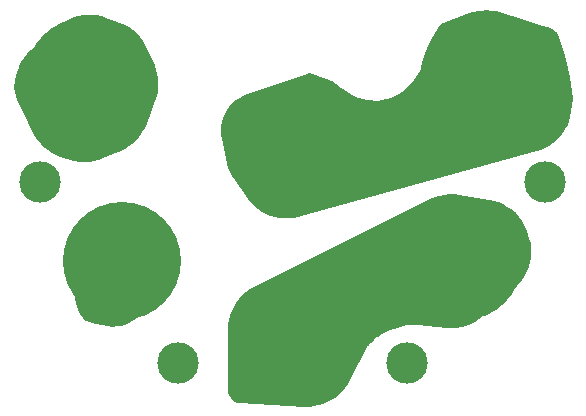
<source format=gtl>
G04 #@! TF.GenerationSoftware,KiCad,Pcbnew,(5.0.1)-3*
G04 #@! TF.CreationDate,2019-01-26T22:39:22-03:30*
G04 #@! TF.ProjectId,Battery Pack,42617474657279205061636B2E6B6963,rev?*
G04 #@! TF.SameCoordinates,Original*
G04 #@! TF.FileFunction,Copper,L1,Top,Signal*
G04 #@! TF.FilePolarity,Positive*
%FSLAX46Y46*%
G04 Gerber Fmt 4.6, Leading zero omitted, Abs format (unit mm)*
G04 Created by KiCad (PCBNEW (5.0.1)-3) date 2019-01-26 10:39:22 PM*
%MOMM*%
%LPD*%
G01*
G04 APERTURE LIST*
G04 #@! TA.AperFunction,BGAPad,CuDef*
%ADD10C,10.000000*%
G04 #@! TD*
G04 #@! TA.AperFunction,ComponentPad*
%ADD11C,10.000000*%
G04 #@! TD*
G04 #@! TA.AperFunction,ComponentPad*
%ADD12C,3.500000*%
G04 #@! TD*
G04 #@! TA.AperFunction,ViaPad*
%ADD13C,0.800000*%
G04 #@! TD*
G04 #@! TA.AperFunction,Conductor*
%ADD14C,0.250000*%
G04 #@! TD*
G04 #@! TA.AperFunction,Conductor*
%ADD15C,0.254000*%
G04 #@! TD*
G04 APERTURE END LIST*
D10*
G04 #@! TO.P,BT1,1*
G04 #@! TO.N,Net-(BT1-Pad1)*
X82430000Y-95460000D03*
G04 #@! TD*
D11*
G04 #@! TO.P,BT4,1*
G04 #@! TO.N,Net-(BT4-Pad1)*
X100000000Y-101670000D03*
G04 #@! TD*
G04 #@! TO.P,BT2,1*
G04 #@! TO.N,Net-(BT2-Pad1)*
X114450000Y-110980000D03*
G04 #@! TD*
G04 #@! TO.P,BT6,1*
G04 #@! TO.N,Net-(BT6-Pad1)*
X85550000Y-110980000D03*
G04 #@! TD*
D12*
G04 #@! TO.P,REF\002A\002A,1*
G04 #@! TO.N,N/C*
X78620000Y-104310000D03*
G04 #@! TD*
G04 #@! TO.P,REF\002A\002A,1*
G04 #@! TO.N,N/C*
X90300000Y-119650000D03*
G04 #@! TD*
G04 #@! TO.P,REF\002A\002A,1*
G04 #@! TO.N,N/C*
X109700000Y-119650000D03*
G04 #@! TD*
G04 #@! TO.P,REF\002A\002A,1*
G04 #@! TO.N,N/C*
X121380000Y-104310000D03*
G04 #@! TD*
D10*
G04 #@! TO.P,BT3,1*
G04 #@! TO.N,Net-(BT2-Pad1)*
X100000000Y-118150000D03*
G04 #@! TD*
G04 #@! TO.P,BT5,1*
G04 #@! TO.N,Net-(BT4-Pad1)*
X117570000Y-95460000D03*
G04 #@! TD*
D13*
G04 #@! TO.N,Net-(BT1-Pad1)*
X87630000Y-98425000D03*
X86995000Y-99695000D03*
X85725000Y-100965000D03*
X84455000Y-101600000D03*
X87630000Y-97155000D03*
G04 #@! TO.N,Net-(BT6-Pad1)*
X82910000Y-115050000D03*
X85220000Y-115830000D03*
X84130000Y-115380000D03*
G04 #@! TD*
D14*
G04 #@! TO.N,Net-(BT4-Pad1)*
X100000000Y-101670000D02*
X100330000Y-101670000D01*
G04 #@! TO.N,Net-(BT6-Pad1)*
X85550000Y-113586000D02*
X85550000Y-113586000D01*
G04 #@! TD*
D15*
G04 #@! TO.N,Net-(BT4-Pad1)*
G36*
X116760220Y-89910099D02*
X117119223Y-89967171D01*
X117474182Y-90058393D01*
X121152753Y-91190262D01*
X121523243Y-91325083D01*
X121875357Y-91495183D01*
X122208516Y-91699918D01*
X122283395Y-91757084D01*
X122294427Y-91785186D01*
X122882828Y-93605527D01*
X123321948Y-95461298D01*
X123594180Y-97237708D01*
X123435543Y-98348171D01*
X123364163Y-98718815D01*
X123258191Y-99077911D01*
X123118041Y-99425093D01*
X122945016Y-99757128D01*
X122740754Y-100070884D01*
X122507136Y-100363464D01*
X122246369Y-100632110D01*
X121960862Y-100874334D01*
X121653320Y-101087844D01*
X121326581Y-101270671D01*
X120983726Y-101421088D01*
X120625027Y-101538653D01*
X100392917Y-107102483D01*
X100014493Y-107186144D01*
X99632773Y-107230624D01*
X99248487Y-107236169D01*
X98865630Y-107202718D01*
X98488138Y-107130617D01*
X98119902Y-107020609D01*
X97764713Y-106873827D01*
X97426253Y-106691792D01*
X97107977Y-106476362D01*
X96813202Y-106229782D01*
X96544943Y-105954573D01*
X96303973Y-105651064D01*
X95193407Y-104096271D01*
X94981934Y-103766381D01*
X94806040Y-103419815D01*
X94665761Y-103057349D01*
X94561676Y-102679601D01*
X94104754Y-100623451D01*
X94047341Y-100272639D01*
X94029993Y-99921171D01*
X94052353Y-99570000D01*
X94114134Y-99223578D01*
X94214550Y-98886322D01*
X94352324Y-98562524D01*
X94525699Y-98256311D01*
X94732466Y-97971582D01*
X94969999Y-97711958D01*
X95235265Y-97480750D01*
X95524901Y-97280893D01*
X95835192Y-97114947D01*
X96165552Y-96983686D01*
X100934912Y-95393899D01*
X100937135Y-95393135D01*
X101076718Y-95343719D01*
X101078927Y-95342914D01*
X101415412Y-95216732D01*
X102339018Y-95489956D01*
X103226848Y-95903569D01*
X104061236Y-96455407D01*
X104143758Y-96520463D01*
X104155404Y-96528318D01*
X104162773Y-96534887D01*
X104170029Y-96540103D01*
X104695600Y-96912409D01*
X104743355Y-96939663D01*
X104790449Y-96968024D01*
X104798544Y-96971809D01*
X105446746Y-97269368D01*
X105501573Y-97288308D01*
X105556130Y-97308012D01*
X105564806Y-97310152D01*
X106258458Y-97476141D01*
X106315927Y-97484072D01*
X106373264Y-97492803D01*
X106382191Y-97493217D01*
X107094874Y-97521314D01*
X107152777Y-97517933D01*
X107210731Y-97515360D01*
X107219568Y-97514032D01*
X107924136Y-97403166D01*
X107980267Y-97388605D01*
X108036630Y-97374821D01*
X108045041Y-97371802D01*
X108714656Y-97126196D01*
X108766865Y-97101022D01*
X108819501Y-97076542D01*
X108827165Y-97071947D01*
X109436322Y-96700957D01*
X109482692Y-96666088D01*
X109529526Y-96631883D01*
X109536152Y-96625887D01*
X110061650Y-96143643D01*
X110100365Y-96100430D01*
X110139662Y-96057781D01*
X110144997Y-96050612D01*
X110566818Y-95475481D01*
X110596388Y-95425594D01*
X110626667Y-95376103D01*
X110630508Y-95368034D01*
X110932584Y-94721927D01*
X110951912Y-94667218D01*
X110971991Y-94612815D01*
X110974192Y-94604154D01*
X111139753Y-93933027D01*
X111446876Y-92976080D01*
X111880745Y-92097967D01*
X112439644Y-91293624D01*
X112747008Y-90967383D01*
X114969662Y-90133888D01*
X115318466Y-90021455D01*
X115673384Y-89942861D01*
X116034101Y-89897889D01*
X116397443Y-89886937D01*
X116760220Y-89910099D01*
X116760220Y-89910099D01*
G37*
X116760220Y-89910099D02*
X117119223Y-89967171D01*
X117474182Y-90058393D01*
X121152753Y-91190262D01*
X121523243Y-91325083D01*
X121875357Y-91495183D01*
X122208516Y-91699918D01*
X122283395Y-91757084D01*
X122294427Y-91785186D01*
X122882828Y-93605527D01*
X123321948Y-95461298D01*
X123594180Y-97237708D01*
X123435543Y-98348171D01*
X123364163Y-98718815D01*
X123258191Y-99077911D01*
X123118041Y-99425093D01*
X122945016Y-99757128D01*
X122740754Y-100070884D01*
X122507136Y-100363464D01*
X122246369Y-100632110D01*
X121960862Y-100874334D01*
X121653320Y-101087844D01*
X121326581Y-101270671D01*
X120983726Y-101421088D01*
X120625027Y-101538653D01*
X100392917Y-107102483D01*
X100014493Y-107186144D01*
X99632773Y-107230624D01*
X99248487Y-107236169D01*
X98865630Y-107202718D01*
X98488138Y-107130617D01*
X98119902Y-107020609D01*
X97764713Y-106873827D01*
X97426253Y-106691792D01*
X97107977Y-106476362D01*
X96813202Y-106229782D01*
X96544943Y-105954573D01*
X96303973Y-105651064D01*
X95193407Y-104096271D01*
X94981934Y-103766381D01*
X94806040Y-103419815D01*
X94665761Y-103057349D01*
X94561676Y-102679601D01*
X94104754Y-100623451D01*
X94047341Y-100272639D01*
X94029993Y-99921171D01*
X94052353Y-99570000D01*
X94114134Y-99223578D01*
X94214550Y-98886322D01*
X94352324Y-98562524D01*
X94525699Y-98256311D01*
X94732466Y-97971582D01*
X94969999Y-97711958D01*
X95235265Y-97480750D01*
X95524901Y-97280893D01*
X95835192Y-97114947D01*
X96165552Y-96983686D01*
X100934912Y-95393899D01*
X100937135Y-95393135D01*
X101076718Y-95343719D01*
X101078927Y-95342914D01*
X101415412Y-95216732D01*
X102339018Y-95489956D01*
X103226848Y-95903569D01*
X104061236Y-96455407D01*
X104143758Y-96520463D01*
X104155404Y-96528318D01*
X104162773Y-96534887D01*
X104170029Y-96540103D01*
X104695600Y-96912409D01*
X104743355Y-96939663D01*
X104790449Y-96968024D01*
X104798544Y-96971809D01*
X105446746Y-97269368D01*
X105501573Y-97288308D01*
X105556130Y-97308012D01*
X105564806Y-97310152D01*
X106258458Y-97476141D01*
X106315927Y-97484072D01*
X106373264Y-97492803D01*
X106382191Y-97493217D01*
X107094874Y-97521314D01*
X107152777Y-97517933D01*
X107210731Y-97515360D01*
X107219568Y-97514032D01*
X107924136Y-97403166D01*
X107980267Y-97388605D01*
X108036630Y-97374821D01*
X108045041Y-97371802D01*
X108714656Y-97126196D01*
X108766865Y-97101022D01*
X108819501Y-97076542D01*
X108827165Y-97071947D01*
X109436322Y-96700957D01*
X109482692Y-96666088D01*
X109529526Y-96631883D01*
X109536152Y-96625887D01*
X110061650Y-96143643D01*
X110100365Y-96100430D01*
X110139662Y-96057781D01*
X110144997Y-96050612D01*
X110566818Y-95475481D01*
X110596388Y-95425594D01*
X110626667Y-95376103D01*
X110630508Y-95368034D01*
X110932584Y-94721927D01*
X110951912Y-94667218D01*
X110971991Y-94612815D01*
X110974192Y-94604154D01*
X111139753Y-93933027D01*
X111446876Y-92976080D01*
X111880745Y-92097967D01*
X112439644Y-91293624D01*
X112747008Y-90967383D01*
X114969662Y-90133888D01*
X115318466Y-90021455D01*
X115673384Y-89942861D01*
X116034101Y-89897889D01*
X116397443Y-89886937D01*
X116760220Y-89910099D01*
G04 #@! TO.N,Net-(BT1-Pad1)*
G36*
X83000546Y-90255224D02*
X83377348Y-90298314D01*
X83748102Y-90378044D01*
X84112274Y-90494614D01*
X85348147Y-90958066D01*
X85709405Y-91114744D01*
X86050257Y-91305452D01*
X86370167Y-91529518D01*
X86665874Y-91784663D01*
X86934385Y-92068297D01*
X87172967Y-92377540D01*
X87379181Y-92709230D01*
X87552351Y-93062886D01*
X88149379Y-94455953D01*
X88279644Y-94805029D01*
X88375258Y-95162004D01*
X88436413Y-95526461D01*
X88462552Y-95895094D01*
X88453437Y-96264526D01*
X88409150Y-96631425D01*
X88330096Y-96992421D01*
X88216067Y-97347124D01*
X87476934Y-99318147D01*
X87320256Y-99679405D01*
X87129548Y-100020257D01*
X86905482Y-100340167D01*
X86650337Y-100635874D01*
X86366703Y-100904385D01*
X86057460Y-101142967D01*
X85725770Y-101349181D01*
X85372114Y-101522351D01*
X83900844Y-102152896D01*
X83520675Y-102292957D01*
X83131232Y-102392059D01*
X82733636Y-102450271D01*
X82332143Y-102466971D01*
X81931075Y-102441978D01*
X81534762Y-102375562D01*
X81144285Y-102267559D01*
X80354941Y-102004443D01*
X79997815Y-101865584D01*
X79658788Y-101693790D01*
X79338239Y-101489598D01*
X79039243Y-101254966D01*
X78764693Y-100992165D01*
X78517213Y-100703706D01*
X78299210Y-100392394D01*
X78111221Y-100058463D01*
X76900470Y-97636959D01*
X76760611Y-97317823D01*
X76654710Y-96989254D01*
X76582553Y-96651655D01*
X76546292Y-96321327D01*
X76708220Y-95308935D01*
X76890458Y-94560642D01*
X76919945Y-94490258D01*
X77106977Y-94146173D01*
X77327794Y-93822750D01*
X77580153Y-93523272D01*
X77863793Y-93248559D01*
X80196728Y-91207241D01*
X80496463Y-90969849D01*
X80815368Y-90764592D01*
X81152816Y-90591511D01*
X81505580Y-90452264D01*
X81870265Y-90348190D01*
X82243370Y-90280285D01*
X82621354Y-90249195D01*
X83000546Y-90255224D01*
X83000546Y-90255224D01*
G37*
X83000546Y-90255224D02*
X83377348Y-90298314D01*
X83748102Y-90378044D01*
X84112274Y-90494614D01*
X85348147Y-90958066D01*
X85709405Y-91114744D01*
X86050257Y-91305452D01*
X86370167Y-91529518D01*
X86665874Y-91784663D01*
X86934385Y-92068297D01*
X87172967Y-92377540D01*
X87379181Y-92709230D01*
X87552351Y-93062886D01*
X88149379Y-94455953D01*
X88279644Y-94805029D01*
X88375258Y-95162004D01*
X88436413Y-95526461D01*
X88462552Y-95895094D01*
X88453437Y-96264526D01*
X88409150Y-96631425D01*
X88330096Y-96992421D01*
X88216067Y-97347124D01*
X87476934Y-99318147D01*
X87320256Y-99679405D01*
X87129548Y-100020257D01*
X86905482Y-100340167D01*
X86650337Y-100635874D01*
X86366703Y-100904385D01*
X86057460Y-101142967D01*
X85725770Y-101349181D01*
X85372114Y-101522351D01*
X83900844Y-102152896D01*
X83520675Y-102292957D01*
X83131232Y-102392059D01*
X82733636Y-102450271D01*
X82332143Y-102466971D01*
X81931075Y-102441978D01*
X81534762Y-102375562D01*
X81144285Y-102267559D01*
X80354941Y-102004443D01*
X79997815Y-101865584D01*
X79658788Y-101693790D01*
X79338239Y-101489598D01*
X79039243Y-101254966D01*
X78764693Y-100992165D01*
X78517213Y-100703706D01*
X78299210Y-100392394D01*
X78111221Y-100058463D01*
X76900470Y-97636959D01*
X76760611Y-97317823D01*
X76654710Y-96989254D01*
X76582553Y-96651655D01*
X76546292Y-96321327D01*
X76708220Y-95308935D01*
X76890458Y-94560642D01*
X76919945Y-94490258D01*
X77106977Y-94146173D01*
X77327794Y-93822750D01*
X77580153Y-93523272D01*
X77863793Y-93248559D01*
X80196728Y-91207241D01*
X80496463Y-90969849D01*
X80815368Y-90764592D01*
X81152816Y-90591511D01*
X81505580Y-90452264D01*
X81870265Y-90348190D01*
X82243370Y-90280285D01*
X82621354Y-90249195D01*
X83000546Y-90255224D01*
G04 #@! TO.N,Net-(BT2-Pad1)*
G36*
X113635018Y-105449640D02*
X114041448Y-105495660D01*
X116627578Y-105926681D01*
X117018358Y-106012593D01*
X117395191Y-106137021D01*
X117757318Y-106299360D01*
X118100919Y-106497898D01*
X118422412Y-106730566D01*
X118718408Y-106994913D01*
X118985785Y-107288148D01*
X119221761Y-107607220D01*
X119423844Y-107948762D01*
X119591270Y-108312135D01*
X119768894Y-108756195D01*
X119895055Y-109124380D01*
X119982802Y-109500264D01*
X120032288Y-109883070D01*
X120043009Y-110268910D01*
X120014855Y-110653880D01*
X119948115Y-111034054D01*
X119843464Y-111405585D01*
X119701959Y-111764715D01*
X119525051Y-112107767D01*
X119314515Y-112431296D01*
X119072502Y-112731997D01*
X118799230Y-113009087D01*
X116044269Y-115534469D01*
X115727448Y-115795605D01*
X115387720Y-116020201D01*
X115026311Y-116207869D01*
X114647177Y-116356556D01*
X114254539Y-116464604D01*
X113852707Y-116530827D01*
X113446161Y-116554488D01*
X113036041Y-116535171D01*
X110591929Y-116290759D01*
X110585258Y-116290269D01*
X110164498Y-116270483D01*
X110151124Y-116270559D01*
X109730617Y-116295129D01*
X109717326Y-116296611D01*
X109301734Y-116365265D01*
X109288671Y-116368137D01*
X108882604Y-116480115D01*
X108876205Y-116482062D01*
X108163839Y-116719517D01*
X108157976Y-116721633D01*
X107803251Y-116859560D01*
X107791870Y-116864641D01*
X107452372Y-117036673D01*
X107441545Y-117042845D01*
X107120544Y-117247325D01*
X107110373Y-117254529D01*
X106810960Y-117489488D01*
X106801545Y-117497654D01*
X106526604Y-117760829D01*
X106518034Y-117769878D01*
X106270213Y-118058735D01*
X106262572Y-118068581D01*
X106044257Y-118380338D01*
X106037617Y-118390886D01*
X105850911Y-118722540D01*
X105847988Y-118728045D01*
X104695177Y-121033667D01*
X104509872Y-121363327D01*
X104295308Y-121670991D01*
X104052005Y-121956435D01*
X103782205Y-122217029D01*
X103488485Y-122450283D01*
X103173563Y-122654040D01*
X102840420Y-122826371D01*
X102492164Y-122965668D01*
X102132062Y-123070625D01*
X101763492Y-123140255D01*
X101389927Y-123173904D01*
X101011759Y-123171236D01*
X95515493Y-122865888D01*
X95332528Y-122838197D01*
X95163753Y-122778568D01*
X95009221Y-122688226D01*
X94874468Y-122570409D01*
X94764303Y-122429323D01*
X94682675Y-122270024D01*
X94632499Y-122098197D01*
X94615000Y-121913980D01*
X94615000Y-116775329D01*
X94634761Y-116382991D01*
X94693362Y-115997795D01*
X94790375Y-115620419D01*
X94924811Y-115254718D01*
X95095316Y-114904364D01*
X95300161Y-114572915D01*
X95537272Y-114263733D01*
X95804244Y-113979945D01*
X96098393Y-113724406D01*
X96416722Y-113499723D01*
X96758797Y-113306591D01*
X111666401Y-105852789D01*
X112041321Y-105689280D01*
X112428101Y-105566898D01*
X112825568Y-105485644D01*
X113229353Y-105446415D01*
X113635018Y-105449640D01*
X113635018Y-105449640D01*
G37*
X113635018Y-105449640D02*
X114041448Y-105495660D01*
X116627578Y-105926681D01*
X117018358Y-106012593D01*
X117395191Y-106137021D01*
X117757318Y-106299360D01*
X118100919Y-106497898D01*
X118422412Y-106730566D01*
X118718408Y-106994913D01*
X118985785Y-107288148D01*
X119221761Y-107607220D01*
X119423844Y-107948762D01*
X119591270Y-108312135D01*
X119768894Y-108756195D01*
X119895055Y-109124380D01*
X119982802Y-109500264D01*
X120032288Y-109883070D01*
X120043009Y-110268910D01*
X120014855Y-110653880D01*
X119948115Y-111034054D01*
X119843464Y-111405585D01*
X119701959Y-111764715D01*
X119525051Y-112107767D01*
X119314515Y-112431296D01*
X119072502Y-112731997D01*
X118799230Y-113009087D01*
X116044269Y-115534469D01*
X115727448Y-115795605D01*
X115387720Y-116020201D01*
X115026311Y-116207869D01*
X114647177Y-116356556D01*
X114254539Y-116464604D01*
X113852707Y-116530827D01*
X113446161Y-116554488D01*
X113036041Y-116535171D01*
X110591929Y-116290759D01*
X110585258Y-116290269D01*
X110164498Y-116270483D01*
X110151124Y-116270559D01*
X109730617Y-116295129D01*
X109717326Y-116296611D01*
X109301734Y-116365265D01*
X109288671Y-116368137D01*
X108882604Y-116480115D01*
X108876205Y-116482062D01*
X108163839Y-116719517D01*
X108157976Y-116721633D01*
X107803251Y-116859560D01*
X107791870Y-116864641D01*
X107452372Y-117036673D01*
X107441545Y-117042845D01*
X107120544Y-117247325D01*
X107110373Y-117254529D01*
X106810960Y-117489488D01*
X106801545Y-117497654D01*
X106526604Y-117760829D01*
X106518034Y-117769878D01*
X106270213Y-118058735D01*
X106262572Y-118068581D01*
X106044257Y-118380338D01*
X106037617Y-118390886D01*
X105850911Y-118722540D01*
X105847988Y-118728045D01*
X104695177Y-121033667D01*
X104509872Y-121363327D01*
X104295308Y-121670991D01*
X104052005Y-121956435D01*
X103782205Y-122217029D01*
X103488485Y-122450283D01*
X103173563Y-122654040D01*
X102840420Y-122826371D01*
X102492164Y-122965668D01*
X102132062Y-123070625D01*
X101763492Y-123140255D01*
X101389927Y-123173904D01*
X101011759Y-123171236D01*
X95515493Y-122865888D01*
X95332528Y-122838197D01*
X95163753Y-122778568D01*
X95009221Y-122688226D01*
X94874468Y-122570409D01*
X94764303Y-122429323D01*
X94682675Y-122270024D01*
X94632499Y-122098197D01*
X94615000Y-121913980D01*
X94615000Y-116775329D01*
X94634761Y-116382991D01*
X94693362Y-115997795D01*
X94790375Y-115620419D01*
X94924811Y-115254718D01*
X95095316Y-114904364D01*
X95300161Y-114572915D01*
X95537272Y-114263733D01*
X95804244Y-113979945D01*
X96098393Y-113724406D01*
X96416722Y-113499723D01*
X96758797Y-113306591D01*
X111666401Y-105852789D01*
X112041321Y-105689280D01*
X112428101Y-105566898D01*
X112825568Y-105485644D01*
X113229353Y-105446415D01*
X113635018Y-105449640D01*
G04 #@! TO.N,Net-(BT6-Pad1)*
G36*
X85441606Y-112659186D02*
X85749264Y-112718231D01*
X86048661Y-112810424D01*
X86336246Y-112934672D01*
X86608592Y-113089494D01*
X86862449Y-113273042D01*
X87097389Y-113485470D01*
X87270809Y-113660378D01*
X87410893Y-113829601D01*
X87515758Y-114016120D01*
X87585675Y-114218351D01*
X87618403Y-114429799D01*
X87612897Y-114643702D01*
X87569330Y-114853193D01*
X87489101Y-115051555D01*
X87374778Y-115232433D01*
X87230037Y-115390014D01*
X87054947Y-115522718D01*
X86351682Y-115962544D01*
X86046273Y-116128987D01*
X85726707Y-116256318D01*
X85394214Y-116344537D01*
X85053554Y-116392383D01*
X84709628Y-116399166D01*
X84363568Y-116364411D01*
X83291903Y-116191462D01*
X83030322Y-116128824D01*
X82785453Y-116029570D01*
X82558191Y-115894831D01*
X82353615Y-115727622D01*
X82176342Y-115531716D01*
X82030348Y-115311506D01*
X81918920Y-115071949D01*
X81843205Y-114813819D01*
X81706240Y-114172111D01*
X81683820Y-113965120D01*
X81703327Y-113764427D01*
X81763244Y-113571878D01*
X81861058Y-113395548D01*
X81994156Y-113241088D01*
X82164863Y-113100267D01*
X82354850Y-112982487D01*
X82558947Y-112891306D01*
X82773440Y-112828384D01*
X82998701Y-112794215D01*
X84812729Y-112643046D01*
X85129342Y-112633991D01*
X85441606Y-112659186D01*
X85441606Y-112659186D01*
G37*
X85441606Y-112659186D02*
X85749264Y-112718231D01*
X86048661Y-112810424D01*
X86336246Y-112934672D01*
X86608592Y-113089494D01*
X86862449Y-113273042D01*
X87097389Y-113485470D01*
X87270809Y-113660378D01*
X87410893Y-113829601D01*
X87515758Y-114016120D01*
X87585675Y-114218351D01*
X87618403Y-114429799D01*
X87612897Y-114643702D01*
X87569330Y-114853193D01*
X87489101Y-115051555D01*
X87374778Y-115232433D01*
X87230037Y-115390014D01*
X87054947Y-115522718D01*
X86351682Y-115962544D01*
X86046273Y-116128987D01*
X85726707Y-116256318D01*
X85394214Y-116344537D01*
X85053554Y-116392383D01*
X84709628Y-116399166D01*
X84363568Y-116364411D01*
X83291903Y-116191462D01*
X83030322Y-116128824D01*
X82785453Y-116029570D01*
X82558191Y-115894831D01*
X82353615Y-115727622D01*
X82176342Y-115531716D01*
X82030348Y-115311506D01*
X81918920Y-115071949D01*
X81843205Y-114813819D01*
X81706240Y-114172111D01*
X81683820Y-113965120D01*
X81703327Y-113764427D01*
X81763244Y-113571878D01*
X81861058Y-113395548D01*
X81994156Y-113241088D01*
X82164863Y-113100267D01*
X82354850Y-112982487D01*
X82558947Y-112891306D01*
X82773440Y-112828384D01*
X82998701Y-112794215D01*
X84812729Y-112643046D01*
X85129342Y-112633991D01*
X85441606Y-112659186D01*
G04 #@! TD*
M02*

</source>
